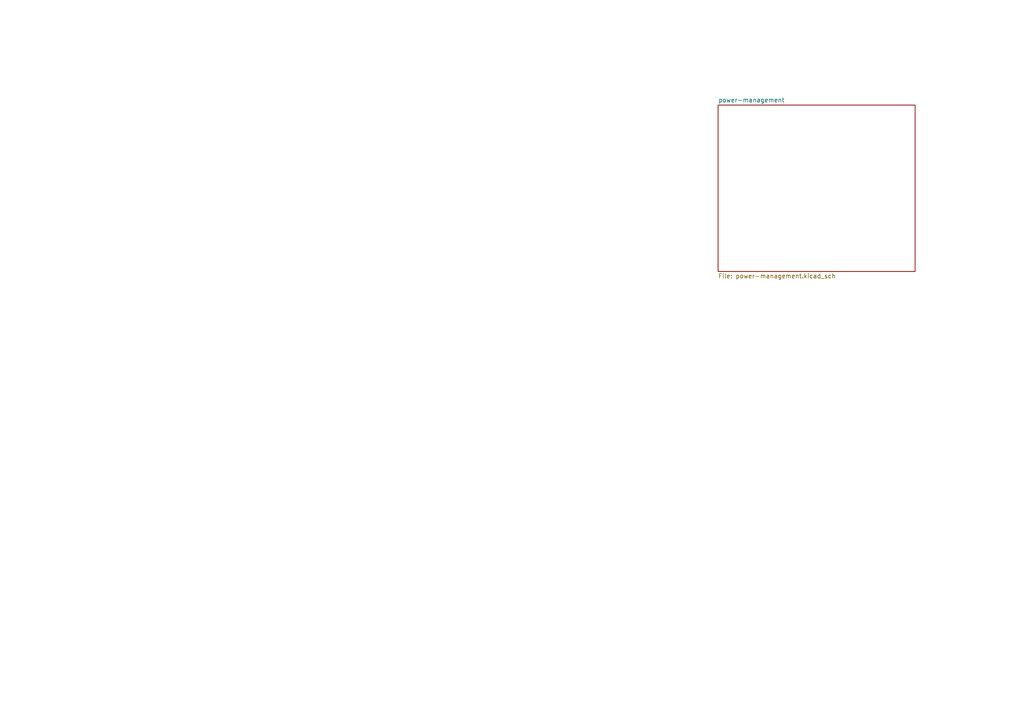
<source format=kicad_sch>
(kicad_sch
	(version 20231120)
	(generator "eeschema")
	(generator_version "8.0")
	(uuid "a97ca0a9-3e6d-4eee-9e76-2e08a926be9b")
	(paper "A4")
	(title_block
		(title "NYX")
	)
	(lib_symbols)
	(sheet
		(at 208.28 30.48)
		(size 57.15 48.26)
		(fields_autoplaced yes)
		(stroke
			(width 0.1524)
			(type solid)
		)
		(fill
			(color 0 0 0 0.0000)
		)
		(uuid "20b8fea1-6d41-4b17-b794-cc6a0ebace35")
		(property "Sheetname" "power-management"
			(at 208.28 29.7684 0)
			(effects
				(font
					(size 1.27 1.27)
				)
				(justify left bottom)
			)
		)
		(property "Sheetfile" "power-management.kicad_sch"
			(at 208.28 79.3246 0)
			(effects
				(font
					(size 1.27 1.27)
				)
				(justify left top)
			)
		)
		(instances
			(project "nyx"
				(path "/a97ca0a9-3e6d-4eee-9e76-2e08a926be9b"
					(page "2")
				)
			)
		)
	)
	(sheet_instances
		(path "/"
			(page "1")
		)
	)
)
</source>
